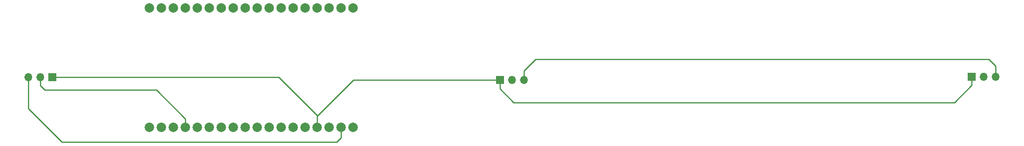
<source format=gbr>
%TF.GenerationSoftware,KiCad,Pcbnew,7.0.5-0*%
%TF.CreationDate,2023-08-08T15:43:03-04:00*%
%TF.ProjectId,Lemmingometre,4c656d6d-696e-4676-9f6d-657472652e6b,rev?*%
%TF.SameCoordinates,Original*%
%TF.FileFunction,Copper,L1,Top*%
%TF.FilePolarity,Positive*%
%FSLAX46Y46*%
G04 Gerber Fmt 4.6, Leading zero omitted, Abs format (unit mm)*
G04 Created by KiCad (PCBNEW 7.0.5-0) date 2023-08-08 15:43:03*
%MOMM*%
%LPD*%
G01*
G04 APERTURE LIST*
%TA.AperFunction,ComponentPad*%
%ADD10R,1.700000X1.700000*%
%TD*%
%TA.AperFunction,ComponentPad*%
%ADD11O,1.700000X1.700000*%
%TD*%
%TA.AperFunction,ComponentPad*%
%ADD12C,2.000000*%
%TD*%
%TA.AperFunction,Conductor*%
%ADD13C,0.250000*%
%TD*%
G04 APERTURE END LIST*
D10*
%TO.P,J3,1,Pin_1*%
%TO.N,Net-(J1-Pin_1)*%
X237210000Y-83150000D03*
D11*
%TO.P,J3,2,Pin_2*%
%TO.N,Net-(J2-Pin_2)*%
X239750000Y-83150000D03*
%TO.P,J3,3,Pin_3*%
%TO.N,Net-(J1-Pin_3)*%
X242290000Y-83150000D03*
%TD*%
D10*
%TO.P,J1,1,Pin_1*%
%TO.N,Net-(J1-Pin_1)*%
X137160000Y-83820000D03*
D11*
%TO.P,J1,2,Pin_2*%
%TO.N,Net-(J1-Pin_2)*%
X139700000Y-83820000D03*
%TO.P,J1,3,Pin_3*%
%TO.N,Net-(J1-Pin_3)*%
X142240000Y-83820000D03*
%TD*%
D10*
%TO.P,J2,1,Pin_1*%
%TO.N,Net-(J1-Pin_1)*%
X42290000Y-83250000D03*
D11*
%TO.P,J2,2,Pin_2*%
%TO.N,Net-(J2-Pin_2)*%
X39750000Y-83250000D03*
%TO.P,J2,3,Pin_3*%
%TO.N,Net-(J1-Pin_3)*%
X37210000Y-83250000D03*
%TD*%
D12*
%TO.P,U1,1,IO1/TXD*%
%TO.N,unconnected-(U1-IO1{slash}TXD-Pad1)*%
X65400000Y-93950000D03*
%TO.P,U1,2,IO2/D9*%
%TO.N,unconnected-(U1-IO2{slash}D9-Pad2)*%
X85720000Y-93950000D03*
%TO.P,U1,3,IO3/RXD*%
%TO.N,unconnected-(U1-IO3{slash}RXD-Pad3)*%
X62860000Y-93950000D03*
%TO.P,U1,4,D0/IO4*%
%TO.N,unconnected-(U1-D0{slash}IO4-Pad4)*%
X98420000Y-68550000D03*
%TO.P,U1,5,IO5/D8*%
%TO.N,unconnected-(U1-IO5{slash}D8-Pad5)*%
X83180000Y-93950000D03*
%TO.P,U1,6,IO6/CLK*%
%TO.N,unconnected-(U1-IO6{slash}CLK-Pad6)*%
X88260000Y-93950000D03*
%TO.P,U1,7,IO7/SD0*%
%TO.N,unconnected-(U1-IO7{slash}SD0-Pad7)*%
X90800000Y-93950000D03*
%TO.P,U1,8,IO8/SD1*%
%TO.N,unconnected-(U1-IO8{slash}SD1-Pad8)*%
X93340000Y-93950000D03*
%TO.P,U1,9,IO9/D5*%
%TO.N,unconnected-(U1-IO9{slash}D5-Pad9)*%
X75560000Y-93950000D03*
%TO.P,U1,10,IO10/D6*%
%TO.N,unconnected-(U1-IO10{slash}D6-Pad10)*%
X78100000Y-93950000D03*
%TO.P,U1,11,IO11/CMD*%
%TO.N,unconnected-(U1-IO11{slash}CMD-Pad11)*%
X95880000Y-93950000D03*
%TO.P,U1,12,MCLK/IO12*%
%TO.N,unconnected-(U1-MCLK{slash}IO12-Pad12)*%
X95880000Y-68550000D03*
%TO.P,U1,13,IO13/D7*%
%TO.N,unconnected-(U1-IO13{slash}D7-Pad13)*%
X80640000Y-93950000D03*
%TO.P,U1,14,BCLK/IO14*%
%TO.N,unconnected-(U1-BCLK{slash}IO14-Pad14)*%
X93340000Y-68550000D03*
%TO.P,U1,15,A4/IO15*%
%TO.N,unconnected-(U1-A4{slash}IO15-Pad15)*%
X73020000Y-68550000D03*
%TO.P,U1,16,D1/IO16*%
%TO.N,unconnected-(U1-D1{slash}IO16-Pad16)*%
X100960000Y-68550000D03*
%TO.P,U1,17,LRCK/IO17*%
%TO.N,unconnected-(U1-LRCK{slash}IO17-Pad17)*%
X103500000Y-68550000D03*
%TO.P,U1,18,SCK/IO18*%
%TO.N,unconnected-(U1-SCK{slash}IO18-Pad18)*%
X80640000Y-68550000D03*
%TO.P,U1,19,MISO/IO19*%
%TO.N,unconnected-(U1-MISO{slash}IO19-Pad19)*%
X85720000Y-68550000D03*
%TO.P,U1,21,SDA/IO21*%
%TO.N,unconnected-(U1-SDA{slash}IO21-Pad21)*%
X88260000Y-68550000D03*
%TO.P,U1,22,SCL/IO22*%
%TO.N,unconnected-(U1-SCL{slash}IO22-Pad22)*%
X90800000Y-68550000D03*
%TO.P,U1,23,MOSI/IO23*%
%TO.N,unconnected-(U1-MOSI{slash}IO23-Pad23)*%
X83180000Y-68550000D03*
%TO.P,U1,25,IO25/D2*%
%TO.N,unconnected-(U1-IO25{slash}D2-Pad25)*%
X67940000Y-93950000D03*
%TO.P,U1,26,IO26/D3*%
%TO.N,Net-(J2-Pin_2)*%
X70480000Y-93950000D03*
%TO.P,U1,27,IO27/D4*%
%TO.N,Net-(J1-Pin_2)*%
X73020000Y-93950000D03*
%TO.P,U1,34,A2/IO34*%
%TO.N,unconnected-(U1-A2{slash}IO34-Pad34)*%
X67940000Y-68550000D03*
%TO.P,U1,35,A3/IO35*%
%TO.N,unconnected-(U1-A3{slash}IO35-Pad35)*%
X70480000Y-68550000D03*
%TO.P,U1,36,A0/IO36*%
%TO.N,unconnected-(U1-A0{slash}IO36-Pad36)*%
X62860000Y-68550000D03*
%TO.P,U1,39,A1/IO39*%
%TO.N,unconnected-(U1-A1{slash}IO39-Pad39)*%
X65400000Y-68550000D03*
%TO.P,U1,40,NC*%
%TO.N,unconnected-(U1-NC-Pad40)*%
X75560000Y-68550000D03*
%TO.P,U1,41,IO0*%
%TO.N,unconnected-(U1-IO0-Pad41)*%
X78100000Y-68550000D03*
%TO.P,U1,42,RST*%
%TO.N,unconnected-(U1-RST-Pad42)*%
X106040000Y-68550000D03*
%TO.P,U1,43,GND*%
%TO.N,Net-(J1-Pin_1)*%
X98420000Y-93950000D03*
%TO.P,U1,44,AREF*%
%TO.N,unconnected-(U1-AREF-Pad44)*%
X100960000Y-93950000D03*
%TO.P,U1,45,3V3*%
%TO.N,Net-(J1-Pin_3)*%
X103500000Y-93950000D03*
%TO.P,U1,46,VCC*%
%TO.N,unconnected-(U1-VCC-Pad46)*%
X106040000Y-93950000D03*
%TD*%
D13*
%TO.N,Net-(J1-Pin_1)*%
X90300000Y-83250000D02*
X98420000Y-91370000D01*
X237210000Y-85001701D02*
X237210000Y-83150000D01*
X137160000Y-85760000D02*
X140050000Y-88650000D01*
X233561701Y-88650000D02*
X237210000Y-85001701D01*
X106130000Y-83820000D02*
X98420000Y-91530000D01*
X137160000Y-83820000D02*
X106130000Y-83820000D01*
X137160000Y-83820000D02*
X137160000Y-85760000D01*
X140050000Y-88650000D02*
X233561701Y-88650000D01*
X98420000Y-91370000D02*
X98420000Y-93950000D01*
X98420000Y-91530000D02*
X98420000Y-93950000D01*
X42290000Y-83250000D02*
X90300000Y-83250000D01*
%TO.N,Net-(J1-Pin_3)*%
X242290000Y-83150000D02*
X242290000Y-80890000D01*
X103500000Y-96150000D02*
X103500000Y-93950000D01*
X44300000Y-97050000D02*
X102600000Y-97050000D01*
X37210000Y-89960000D02*
X44300000Y-97050000D01*
X240850000Y-79450000D02*
X144700000Y-79450000D01*
X242290000Y-80890000D02*
X240850000Y-79450000D01*
X37210000Y-83250000D02*
X37210000Y-89960000D01*
X142240000Y-81910000D02*
X142240000Y-83820000D01*
X102600000Y-97050000D02*
X103500000Y-96150000D01*
X144700000Y-79450000D02*
X142240000Y-81910000D01*
%TO.N,Net-(J2-Pin_2)*%
X39750000Y-85050000D02*
X40700000Y-86000000D01*
X40700000Y-86000000D02*
X64350000Y-86000000D01*
X64350000Y-86000000D02*
X70480000Y-92130000D01*
X70480000Y-92130000D02*
X70480000Y-93950000D01*
X39750000Y-83250000D02*
X39750000Y-85050000D01*
%TD*%
M02*

</source>
